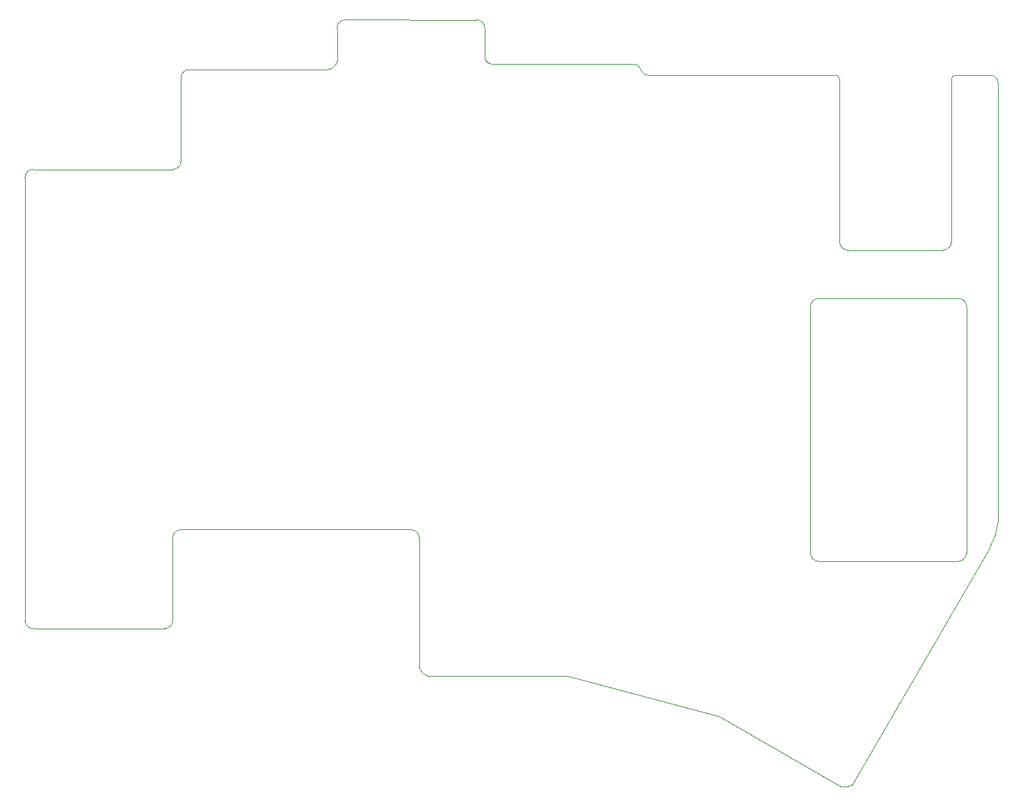
<source format=gm1>
%TF.GenerationSoftware,KiCad,Pcbnew,8.0.5*%
%TF.CreationDate,2025-01-25T20:15:24+02:00*%
%TF.ProjectId,1_3AS,315f3341-532e-46b6-9963-61645f706362,rev?*%
%TF.SameCoordinates,Original*%
%TF.FileFunction,Profile,NP*%
%FSLAX46Y46*%
G04 Gerber Fmt 4.6, Leading zero omitted, Abs format (unit mm)*
G04 Created by KiCad (PCBNEW 8.0.5) date 2025-01-25 20:15:24*
%MOMM*%
%LPD*%
G01*
G04 APERTURE LIST*
%TA.AperFunction,Profile*%
%ADD10C,0.120000*%
%TD*%
G04 APERTURE END LIST*
D10*
X211963000Y-55616046D02*
X207800000Y-55616046D01*
X113500000Y-55940978D02*
G75*
G02*
X114500000Y-54941000I1000000J-22D01*
G01*
X211963012Y-55615978D02*
G75*
G02*
X213000036Y-56615977I-12J-1037722D01*
G01*
X112500000Y-122083849D02*
G75*
G02*
X111500000Y-123000002I-958100J41949D01*
G01*
X111500000Y-123000000D02*
X95500000Y-123000000D01*
X170508049Y-55618933D02*
G75*
G02*
X169499966Y-54900007I-105049J918933D01*
G01*
X178980000Y-133700970D02*
X160600000Y-128740970D01*
X141500000Y-110940986D02*
G75*
G02*
X142500014Y-111940986I0J-1000014D01*
G01*
X132500000Y-49911251D02*
G75*
G02*
X133500000Y-48878748I1001900J30151D01*
G01*
X213000000Y-56615978D02*
X213000000Y-109982000D01*
X151648500Y-54258887D02*
X168500000Y-54258887D01*
X195200000Y-142016509D02*
G75*
G02*
X193799979Y-142200045I-845300J1016509D01*
G01*
X142500000Y-127700000D02*
X142500000Y-111940986D01*
X193800000Y-142200000D02*
X178980000Y-133700970D01*
X168500000Y-54258887D02*
G75*
G02*
X169500015Y-54899994I36200J-1044013D01*
G01*
X114500000Y-54940978D02*
X131163500Y-54947478D01*
X170508049Y-55618934D02*
X193200000Y-55616046D01*
X94503971Y-68090978D02*
G75*
G02*
X95500000Y-67090979I1000029J-22D01*
G01*
X211963000Y-113157000D02*
X195200000Y-142016509D01*
X112500000Y-111940903D02*
G75*
G02*
X113500000Y-110940900I1000100J-97D01*
G01*
X151648500Y-54258887D02*
G75*
G02*
X150500028Y-53511869I-200700J947787D01*
G01*
X94500000Y-122090978D02*
X94500000Y-68090978D01*
X143500000Y-128740708D02*
G75*
G02*
X142499994Y-127700002I401300J1386408D01*
G01*
X133500000Y-48878790D02*
X149500000Y-48881690D01*
X113500000Y-66090948D02*
G75*
G02*
X112500000Y-67090900I-999900J-52D01*
G01*
X132500000Y-54006500D02*
X132500000Y-49911256D01*
X112500000Y-122083849D02*
X112500000Y-111940903D01*
X149500000Y-48881690D02*
G75*
G02*
X150500010Y-49883355I-800J-1000810D01*
G01*
X95499786Y-123006822D02*
G75*
G02*
X94500004Y-122090978I32514J1039122D01*
G01*
X95500000Y-67090978D02*
X112500000Y-67090978D01*
X160600000Y-128740970D02*
X143500000Y-128740708D01*
X132500000Y-54006500D02*
G75*
G02*
X131163500Y-54947480I-1215300J306500D01*
G01*
X150500000Y-49883355D02*
X150500000Y-53511875D01*
X141500000Y-110940986D02*
X113500000Y-110940986D01*
X113500000Y-66090948D02*
X113500000Y-55940978D01*
X213000000Y-109982000D02*
G75*
G02*
X211962989Y-113156993I-7260000J614400D01*
G01*
X190144000Y-113806000D02*
X190144000Y-83806000D01*
X191144000Y-82806000D02*
X208144000Y-82806000D01*
X208144000Y-114806000D02*
X191144000Y-114806000D01*
X209144000Y-83806000D02*
X209144000Y-113806000D01*
X190144000Y-83806000D02*
G75*
G02*
X191144000Y-82806000I1000050J-50D01*
G01*
X191144000Y-114806000D02*
G75*
G02*
X190144000Y-113806000I23J1000023D01*
G01*
X208144000Y-82806000D02*
G75*
G02*
X209144000Y-83806000I0J-1000000D01*
G01*
X209144000Y-113806000D02*
G75*
G02*
X208144000Y-114806000I-999950J-50D01*
G01*
X193700000Y-56116046D02*
X193700000Y-75916046D01*
X194700000Y-76916046D02*
X206300000Y-76916046D01*
X207300000Y-75916046D02*
X207300000Y-56116046D01*
X193200000Y-55616046D02*
G75*
G02*
X193700000Y-56116046I0J-500000D01*
G01*
X194700000Y-76916046D02*
G75*
G02*
X193700000Y-75916046I0J1000000D01*
G01*
X207300000Y-56116046D02*
G75*
G02*
X207800000Y-55616046I499998J2D01*
G01*
X207300000Y-75916046D02*
G75*
G02*
X206300000Y-76916046I-999999J-1D01*
G01*
M02*

</source>
